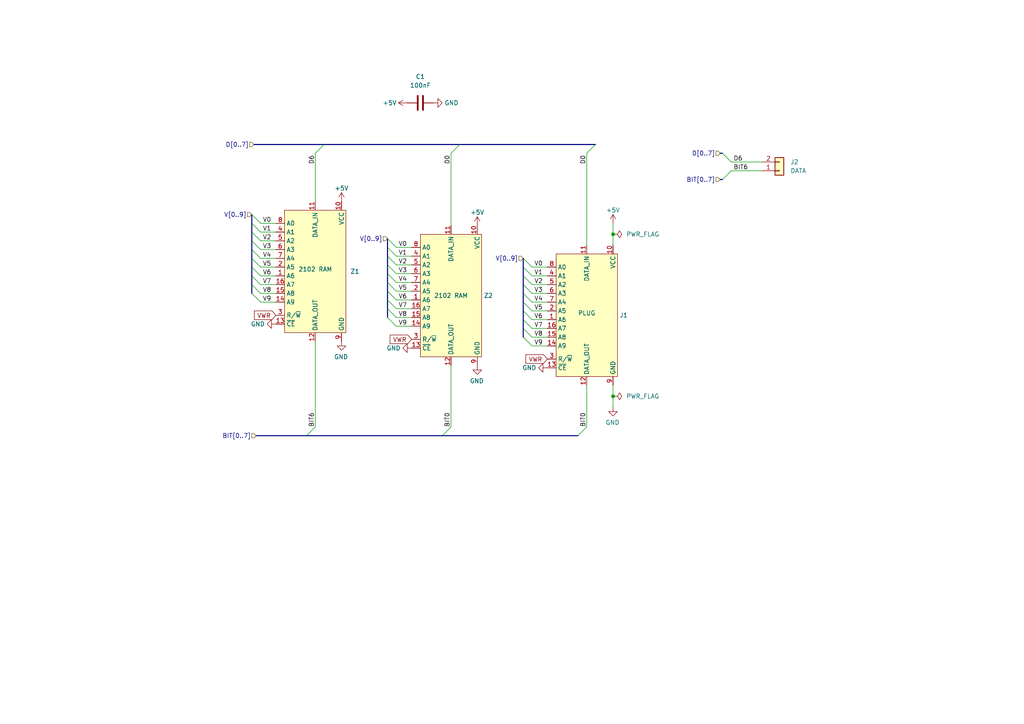
<source format=kicad_sch>
(kicad_sch (version 20230121) (generator eeschema)
  (paper "A4")
  (lib_symbols
    (symbol "Connector_Generic:Conn_01x02" (pin_names (offset 1.016) hide)
      (property "Reference" "J" (at 0 2.54 0))
      (property "Value" "Conn_01x02" (at 0 -5.08 0))
      (symbol "Conn_01x02_1_1"
        (rectangle (start -1.27 -2.413) (end 0 -2.667) (stroke (width 0.1524)))
        (rectangle (start -1.27 0.127) (end 0 -0.127) (stroke (width 0.1524)))
        (rectangle (start -1.27 1.27) (end 1.27 -3.81) (stroke (width 0.254)) (fill (type background)))
        (pin passive line (at -5.08 0 0) (length 3.81) (name "Pin_1") (number "1"))
        (pin passive line (at -5.08 -2.54 0) (length 3.81) (name "Pin_2") (number "2"))
      )
    )
    (symbol "Device:C" (pin_numbers hide) (pin_names (offset 0.254))
      (property "Reference" "C" (at 0.635 2.54 0))
      (property "Value" "C" (at 0.635 -2.54 0))
      (symbol "C_0_1"
        (polyline (pts (xy -2.032 -0.762) (xy 2.032 -0.762)) (stroke (width 0.508)))
        (polyline (pts (xy -2.032 0.762) (xy 2.032 0.762)) (stroke (width 0.508)))
      )
      (symbol "C_1_1"
        (pin passive line (at 0 3.81 270) (length 2.794) (name "~") (number "1"))
        (pin passive line (at 0 -3.81 90) (length 2.794) (name "~") (number "2"))
      )
    )
    (symbol "TRS80IUS:2102AN"
      (property "Reference" "Z" (at -7.62 19.05 0))
      (symbol "2102AN_0_0"
        (pin input line (at -11.43 -1.27 0) (length 2.54) (name "A6") (number "1"))
        (pin power_in line (at 7.62 20.32 270) (length 2.54) (name "VCC") (number "10"))
        (pin input line (at 0 20.32 270) (length 2.54) (name "DATA_IN") (number "11"))
        (pin output line (at 0 -20.32 90) (length 2.54) (name "DATA_OUT") (number "12"))
        (pin input line (at -11.43 -15.24 0) (length 2.54) (name "~{CE}") (number "13"))
        (pin input line (at -11.43 -8.89 0) (length 2.54) (name "A9") (number "14"))
        (pin input line (at -11.43 -6.35 0) (length 2.54) (name "A8") (number "15"))
        (pin input line (at -11.43 -3.81 0) (length 2.54) (name "A7") (number "16"))
        (pin input line (at -11.43 1.27 0) (length 2.54) (name "A5") (number "2"))
        (pin input line (at -11.43 -12.7 0) (length 2.54) (name "R/~{W}") (number "3"))
        (pin input line (at -11.43 11.43 0) (length 2.54) (name "A1") (number "4"))
        (pin input line (at -11.43 8.89 0) (length 2.54) (name "A2") (number "5"))
        (pin input line (at -11.43 6.35 0) (length 2.54) (name "A3") (number "6"))
        (pin input line (at -11.43 3.81 0) (length 2.54) (name "A4") (number "7"))
        (pin input line (at -11.43 13.97 0) (length 2.54) (name "A0") (number "8"))
        (pin power_in line (at 7.62 -20.32 90) (length 2.54) (name "GND") (number "9"))
      )
      (symbol "2102AN_1_1"
        (rectangle (start -8.89 17.78) (end 8.89 -17.78) (fill (type background)))
      )
    )
    (symbol "power:+5V" (power) (pin_names (offset 0))
      (property "Value" "+5V" (at 0 3.556 0))
      (symbol "+5V_0_1"
        (polyline (pts (xy -0.762 1.27) (xy 0 2.54)))
        (polyline (pts (xy 0 0) (xy 0 2.54)))
        (polyline (pts (xy 0 2.54) (xy 0.762 1.27)))
      )
      (symbol "+5V_1_1"
        (pin power_in line (at 0 0 90) (length 0) hide (name "+5V") (number "1"))
      )
    )
    (symbol "power:GND" (power) (pin_names (offset 0))
      (property "Value" "GND" (at 0 -3.81 0))
      (symbol "GND_0_1"
        (polyline (pts (xy 0 0) (xy 0 -1.27) (xy 1.27 -1.27) (xy 0 -2.54) (xy -1.27 -1.27) (xy 0 -1.27)))
      )
      (symbol "GND_1_1"
        (pin power_in line (at 0 0 270) (length 0) hide (name "GND") (number "1"))
      )
    )
    (symbol "power:PWR_FLAG" (power) (pin_numbers hide) (pin_names (offset 0) hide)
      (property "Value" "PWR_FLAG" (at 0 3.81 0))
      (symbol "PWR_FLAG_0_0"
        (pin power_out line (at 0 0 90) (length 0) (name "pwr") (number "1"))
      )
      (symbol "PWR_FLAG_0_1"
        (polyline (pts (xy 0 0) (xy 0 1.27) (xy -1.016 1.905) (xy 0 2.54) (xy 1.016 1.905) (xy 0 1.27)))
      )
    )
  )
  (junction (at 177.8 67.945))
  (junction (at 177.8 114.935))
  (bus_entry (at 73.025 82.55) (size 2.54 2.54))
  (bus_entry (at 151.765 97.79) (size 2.54 2.54))
  (bus_entry (at 73.025 62.23) (size 2.54 2.54))
  (bus_entry (at 130.81 44.45) (size 2.54 -2.54))
  (bus_entry (at 209.55 44.45) (size 2.54 2.54))
  (bus_entry (at 112.395 71.755) (size 2.54 2.54))
  (bus_entry (at 151.765 77.47) (size 2.54 2.54))
  (bus_entry (at 112.395 92.075) (size 2.54 2.54))
  (bus_entry (at 73.025 67.31) (size 2.54 2.54))
  (bus_entry (at 209.55 52.07) (size 2.54 -2.54))
  (bus_entry (at 151.765 90.17) (size 2.54 2.54))
  (bus_entry (at 151.765 95.25) (size 2.54 2.54))
  (bus_entry (at 91.44 44.45) (size 2.54 -2.54))
  (bus_entry (at 151.765 87.63) (size 2.54 2.54))
  (bus_entry (at 73.025 74.93) (size 2.54 2.54))
  (bus_entry (at 73.025 85.09) (size 2.54 2.54))
  (bus_entry (at 88.9 126.365) (size 2.54 -2.54))
  (bus_entry (at 128.27 126.365) (size 2.54 -2.54))
  (bus_entry (at 151.765 92.71) (size 2.54 2.54))
  (bus_entry (at 112.395 74.295) (size 2.54 2.54))
  (bus_entry (at 112.395 76.835) (size 2.54 2.54))
  (bus_entry (at 73.025 69.85) (size 2.54 2.54))
  (bus_entry (at 112.395 89.535) (size 2.54 2.54))
  (bus_entry (at 167.64 126.365) (size 2.54 -2.54))
  (bus_entry (at 151.765 85.09) (size 2.54 2.54))
  (bus_entry (at 73.025 77.47) (size 2.54 2.54))
  (bus_entry (at 73.025 64.77) (size 2.54 2.54))
  (bus_entry (at 73.025 80.01) (size 2.54 2.54))
  (bus_entry (at 112.395 69.215) (size 2.54 2.54))
  (bus_entry (at 73.025 72.39) (size 2.54 2.54))
  (bus_entry (at 112.395 86.995) (size 2.54 2.54))
  (bus_entry (at 151.765 82.55) (size 2.54 2.54))
  (bus_entry (at 112.395 81.915) (size 2.54 2.54))
  (bus_entry (at 151.765 80.01) (size 2.54 2.54))
  (bus_entry (at 112.395 84.455) (size 2.54 2.54))
  (bus_entry (at 151.765 74.93) (size 2.54 2.54))
  (bus_entry (at 112.395 79.375) (size 2.54 2.54))
  (bus_entry (at 170.18 44.45) (size 2.54 -2.54))
  (wire (pts (xy 130.81 44.45) (xy 130.81 65.405)))
  (bus (pts (xy 112.395 79.375) (xy 112.395 81.915)))
  (bus (pts (xy 151.765 77.47) (xy 151.765 80.01)))
  (bus (pts (xy 74.295 126.365) (xy 88.9 126.365)))
  (bus (pts (xy 151.765 90.17) (xy 151.765 92.71)))
  (bus (pts (xy 112.395 81.915) (xy 112.395 84.455)))
  (wire (pts (xy 75.565 82.55) (xy 80.01 82.55)))
  (bus (pts (xy 73.025 77.47) (xy 73.025 80.01)))
  (wire (pts (xy 75.565 74.93) (xy 80.01 74.93)))
  (wire (pts (xy 114.935 94.615) (xy 119.38 94.615)))
  (wire (pts (xy 154.305 77.47) (xy 158.75 77.47)))
  (wire (pts (xy 154.305 85.09) (xy 158.75 85.09)))
  (bus (pts (xy 112.395 69.215) (xy 112.395 71.755)))
  (bus (pts (xy 93.98 41.91) (xy 133.35 41.91)))
  (bus (pts (xy 73.025 82.55) (xy 73.025 85.09)))
  (wire (pts (xy 177.8 118.11) (xy 177.8 114.935)))
  (wire (pts (xy 114.935 89.535) (xy 119.38 89.535)))
  (wire (pts (xy 212.09 46.99) (xy 220.98 46.99)))
  (wire (pts (xy 114.935 71.755) (xy 119.38 71.755)))
  (bus (pts (xy 151.765 82.55) (xy 151.765 85.09)))
  (bus (pts (xy 73.025 67.31) (xy 73.025 69.85)))
  (bus (pts (xy 151.765 74.93) (xy 151.765 77.47)))
  (bus (pts (xy 112.395 84.455) (xy 112.395 86.995)))
  (wire (pts (xy 177.8 114.935) (xy 177.8 111.76)))
  (wire (pts (xy 154.305 87.63) (xy 158.75 87.63)))
  (wire (pts (xy 114.935 81.915) (xy 119.38 81.915)))
  (wire (pts (xy 114.935 74.295) (xy 119.38 74.295)))
  (wire (pts (xy 75.565 64.77) (xy 80.01 64.77)))
  (wire (pts (xy 114.935 84.455) (xy 119.38 84.455)))
  (bus (pts (xy 112.395 74.295) (xy 112.395 76.835)))
  (bus (pts (xy 73.025 62.23) (xy 73.025 64.77)))
  (bus (pts (xy 112.395 76.835) (xy 112.395 79.375)))
  (wire (pts (xy 75.565 67.31) (xy 80.01 67.31)))
  (wire (pts (xy 75.565 72.39) (xy 80.01 72.39)))
  (wire (pts (xy 212.09 49.53) (xy 220.98 49.53)))
  (wire (pts (xy 154.305 100.33) (xy 158.75 100.33)))
  (bus (pts (xy 73.025 74.93) (xy 73.025 77.47)))
  (bus (pts (xy 128.27 126.365) (xy 167.64 126.365)))
  (bus (pts (xy 208.915 52.07) (xy 209.55 52.07)))
  (wire (pts (xy 177.8 64.77) (xy 177.8 67.945)))
  (wire (pts (xy 91.44 44.45) (xy 91.44 58.42)))
  (wire (pts (xy 154.305 95.25) (xy 158.75 95.25)))
  (wire (pts (xy 154.305 80.01) (xy 158.75 80.01)))
  (bus (pts (xy 112.395 86.995) (xy 112.395 89.535)))
  (bus (pts (xy 208.915 44.45) (xy 209.55 44.45)))
  (bus (pts (xy 73.66 41.91) (xy 93.98 41.91)))
  (bus (pts (xy 151.765 87.63) (xy 151.765 90.17)))
  (wire (pts (xy 91.44 99.06) (xy 91.44 123.825)))
  (bus (pts (xy 112.395 89.535) (xy 112.395 92.075)))
  (wire (pts (xy 75.565 80.01) (xy 80.01 80.01)))
  (wire (pts (xy 75.565 69.85) (xy 80.01 69.85)))
  (wire (pts (xy 114.935 79.375) (xy 119.38 79.375)))
  (wire (pts (xy 177.8 67.945) (xy 177.8 71.12)))
  (wire (pts (xy 154.305 97.79) (xy 158.75 97.79)))
  (wire (pts (xy 170.18 111.76) (xy 170.18 123.825)))
  (wire (pts (xy 75.565 85.09) (xy 80.01 85.09)))
  (wire (pts (xy 114.935 76.835) (xy 119.38 76.835)))
  (bus (pts (xy 112.395 71.755) (xy 112.395 74.295)))
  (wire (pts (xy 170.18 44.45) (xy 170.18 71.12)))
  (wire (pts (xy 75.565 87.63) (xy 80.01 87.63)))
  (wire (pts (xy 154.305 82.55) (xy 158.75 82.55)))
  (wire (pts (xy 75.565 77.47) (xy 80.01 77.47)))
  (bus (pts (xy 73.025 64.77) (xy 73.025 67.31)))
  (bus (pts (xy 151.765 92.71) (xy 151.765 95.25)))
  (bus (pts (xy 151.765 95.25) (xy 151.765 97.79)))
  (wire (pts (xy 130.81 123.825) (xy 130.81 106.045)))
  (bus (pts (xy 151.765 85.09) (xy 151.765 87.63)))
  (bus (pts (xy 133.35 41.91) (xy 172.72 41.91)))
  (wire (pts (xy 114.935 86.995) (xy 119.38 86.995)))
  (wire (pts (xy 154.305 90.17) (xy 158.75 90.17)))
  (bus (pts (xy 73.025 72.39) (xy 73.025 74.93)))
  (bus (pts (xy 73.025 69.85) (xy 73.025 72.39)))
  (bus (pts (xy 73.025 80.01) (xy 73.025 82.55)))
  (bus (pts (xy 88.9 126.365) (xy 128.27 126.365)))
  (bus (pts (xy 151.765 80.01) (xy 151.765 82.55)))
  (wire (pts (xy 114.935 92.075) (xy 119.38 92.075)))
  (wire (pts (xy 154.305 92.71) (xy 158.75 92.71)))
  (label "V0" (at 154.94 77.47 0))
  (label "V0" (at 76.2 64.77 0))
  (label "BIT6" (at 91.44 123.825 90))
  (label "D0" (at 130.81 47.625 90))
  (label "V6" (at 154.94 92.71 0))
  (label "V2" (at 115.57 76.835 0))
  (label "V8" (at 115.57 92.075 0))
  (label "V9" (at 154.94 100.33 0))
  (label "V4" (at 154.94 87.63 0))
  (label "V2" (at 76.2 69.85 0))
  (label "V6" (at 115.57 86.995 0))
  (label "D6" (at 212.725 46.99 0))
  (label "V8" (at 154.94 97.79 0))
  (label "V8" (at 76.2 85.09 0))
  (label "V5" (at 115.57 84.455 0))
  (label "V9" (at 115.57 94.615 0))
  (label "V1" (at 76.2 67.31 0))
  (label "V7" (at 115.57 89.535 0))
  (label "V1" (at 115.57 74.295 0))
  (label "V3" (at 76.2 72.39 0))
  (label "V3" (at 115.57 79.375 0))
  (label "BIT0" (at 130.81 123.825 90))
  (label "V9" (at 76.2 87.63 0))
  (label "V4" (at 76.2 74.93 0))
  (label "V4" (at 115.57 81.915 0))
  (label "V7" (at 154.94 95.25 0))
  (label "V6" (at 76.2 80.01 0))
  (label "V0" (at 115.57 71.755 0))
  (label "V7" (at 76.2 82.55 0))
  (label "V3" (at 154.94 85.09 0))
  (label "V5" (at 154.94 90.17 0))
  (label "V5" (at 76.2 77.47 0))
  (label "D0" (at 170.18 47.625 90))
  (label "V1" (at 154.94 80.01 0))
  (label "BIT6" (at 212.725 49.53 0))
  (label "BIT0" (at 170.18 123.825 90))
  (label "D6" (at 91.44 47.625 90))
  (label "V2" (at 154.94 82.55 0))
  (global_label "VWR" (shape input) (at 80.01 91.44 180) (property "Intersheetrefs" "${INTERSHEET_REFS}" (effects hide)))
  (global_label "VWR" (shape input) (at 119.38 98.425 180) (property "Intersheetrefs" "${INTERSHEET_REFS}" (effects hide)))
  (global_label "VWR" (shape input) (at 158.75 104.14 180) (property "Intersheetrefs" "${INTERSHEET_REFS}" (effects hide)))
  (hierarchical_label "D[0..7]" (shape input) (at 208.915 44.45 180))
  (hierarchical_label "V[0..9]" (shape input) (at 73.025 62.23 180))
  (hierarchical_label "V[0..9]" (shape input) (at 112.395 69.215 180))
  (hierarchical_label "V[0..9]" (shape input) (at 151.765 74.93 180))
  (hierarchical_label "BIT[0..7]" (shape input) (at 74.295 126.365 180))
  (hierarchical_label "D[0..7]" (shape input) (at 73.66 41.91 180))
  (hierarchical_label "BIT[0..7]" (shape input) (at 208.915 52.07 180))
  (symbol (lib_id "Device:C") (at 121.92 29.845 90) (unit 1)
    (property "Reference" "C1" (at 121.92 22.225 90))
    (property "Value" "100nF" (at 121.92 24.765 90))
    (property "Footprint" "TRS80ILCMod:Ceramic Disc 6.35mm" (effects hide))
  )
  (symbol (lib_id "power:+5V") (at 99.06 58.42 0) (unit 1)
    (property "Reference" "#PWR08" (effects hide))
    (property "Value" "+5V" (at 99.06 54.61 0))
  )
  (symbol (lib_id "TRS80IUS:2102AN") (at 170.18 91.44 0) (unit 1)
    (property "Reference" "J1" (at 179.705 91.44 0) (effects (justify left)))
    (property "Value" "PLUG" (at 170.18 90.805 0))
    (property "Footprint" "TRS80ILCMod:VRAMPLUG" (effects hide))
  )
  (symbol (lib_id "power:GND") (at 99.06 99.06 0) (unit 1)
    (property "Reference" "#PWR09" (effects hide))
    (property "Value" "GND" (at 100.965 103.505 0) (effects (justify right)))
  )
  (symbol (lib_id "power:+5V") (at 177.8 64.77 0) (unit 1)
    (property "Reference" "#PWR014" (effects hide))
    (property "Value" "+5V" (at 177.8 60.96 0))
  )
  (symbol (lib_id "power:+5V") (at 138.43 65.405 0) (unit 1)
    (property "Reference" "#PWR011" (effects hide))
    (property "Value" "+5V" (at 138.43 61.595 0))
  )
  (symbol (lib_id "power:+5V") (at 118.11 29.845 90) (unit 1)
    (property "Reference" "#PWR016" (effects hide))
    (property "Value" "+5V" (at 113.03 29.845 90))
  )
  (symbol (lib_id "power:GND") (at 119.38 100.965 270) (unit 1)
    (property "Reference" "#PWR010" (effects hide))
    (property "Value" "GND" (at 116.205 100.965 90) (effects (justify right)))
  )
  (symbol (lib_id "power:GND") (at 158.75 106.68 270) (unit 1)
    (property "Reference" "#PWR013" (effects hide))
    (property "Value" "GND" (at 155.575 106.68 90) (effects (justify right)))
  )
  (symbol (lib_id "power:PWR_FLAG") (at 177.8 67.945 270) (unit 1)
    (property "Reference" "#FLG04" (effects hide))
    (property "Value" "PWR_FLAG" (at 181.61 67.945 90) (effects (justify left)))
  )
  (symbol (lib_id "power:GND") (at 138.43 106.045 0) (unit 1)
    (property "Reference" "#PWR012" (effects hide))
    (property "Value" "GND" (at 140.335 110.49 0) (effects (justify right)))
  )
  (symbol (lib_id "power:GND") (at 80.01 93.98 270) (unit 1)
    (property "Reference" "#PWR06" (effects hide))
    (property "Value" "GND" (at 76.835 93.98 90) (effects (justify right)))
  )
  (symbol (lib_id "power:GND") (at 177.8 118.11 0) (unit 1)
    (property "Reference" "#PWR015" (effects hide))
    (property "Value" "GND" (at 179.705 122.555 0) (effects (justify right)))
  )
  (symbol (lib_id "TRS80IUS:2102AN") (at 91.44 78.74 0) (unit 1)
    (property "Reference" "Z1" (at 101.6 78.74 0) (effects (justify left)))
    (property "Value" "2102 RAM" (at 91.44 78.105 0))
    (property "Footprint" "TRS80ILCMod:DIP-16_W7.62mm" (effects hide))
  )
  (symbol (lib_id "power:GND") (at 125.73 29.845 90) (unit 1)
    (property "Reference" "#PWR017" (effects hide))
    (property "Value" "GND" (at 128.905 29.845 90) (effects (justify right)))
  )
  (symbol (lib_id "Connector_Generic:Conn_01x02") (at 226.06 49.53 0) (mirror x) (unit 1)
    (property "Reference" "J2" (at 229.235 46.99 0) (effects (justify left)))
    (property "Value" "DATA" (at 229.235 49.53 0) (effects (justify left)))
    (property "Footprint" "Connector_PinHeader_2.54mm:PinHeader_1x02_P2.54mm_Vertical" (effects hide))
  )
  (symbol (lib_id "power:PWR_FLAG") (at 177.8 114.935 270) (unit 1)
    (property "Reference" "#FLG03" (effects hide))
    (property "Value" "PWR_FLAG" (at 181.61 114.935 90) (effects (justify left)))
  )
  (symbol (lib_id "TRS80IUS:2102AN") (at 130.81 85.725 0) (unit 1)
    (property "Reference" "Z2" (at 140.335 85.725 0) (effects (justify left)))
    (property "Value" "2102 RAM" (at 130.81 85.725 0))
    (property "Footprint" "TRS80ILCMod:DIP-16_W7.62mm" (effects hide))
  )
)
</source>
